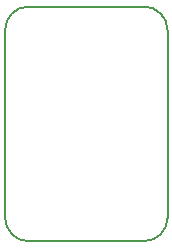
<source format=gbr>
%TF.GenerationSoftware,KiCad,Pcbnew,5.1.7-a382d34a8~87~ubuntu20.04.1*%
%TF.CreationDate,2020-11-06T18:29:30+02:00*%
%TF.ProjectId,BRK-SC-70-6,42524b2d-5343-42d3-9730-2d362e6b6963,v1.0*%
%TF.SameCoordinates,Original*%
%TF.FileFunction,Profile,NP*%
%FSLAX46Y46*%
G04 Gerber Fmt 4.6, Leading zero omitted, Abs format (unit mm)*
G04 Created by KiCad (PCBNEW 5.1.7-a382d34a8~87~ubuntu20.04.1) date 2020-11-06 18:29:30*
%MOMM*%
%LPD*%
G01*
G04 APERTURE LIST*
%TA.AperFunction,Profile*%
%ADD10C,0.150000*%
%TD*%
G04 APERTURE END LIST*
D10*
X106880000Y-87890000D02*
G75*
G03*
X104880000Y-85890000I-2000000J0D01*
G01*
X95120000Y-85890000D02*
G75*
G03*
X93120000Y-87890000I0J-2000000D01*
G01*
X93120000Y-103760000D02*
G75*
G03*
X95120000Y-105760000I2000000J0D01*
G01*
X104880000Y-105760000D02*
G75*
G03*
X106880000Y-103760000I0J2000000D01*
G01*
X95120000Y-105760000D02*
X104880000Y-105760000D01*
X95120000Y-85890000D02*
X104880000Y-85890000D01*
X106880000Y-103760000D02*
X106880000Y-87890000D01*
X93120000Y-87890000D02*
X93120000Y-103760000D01*
M02*

</source>
